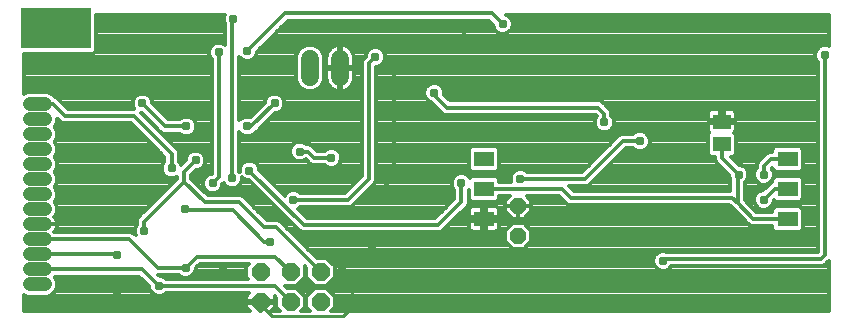
<source format=gbl>
G75*
%MOIN*%
%OFA0B0*%
%FSLAX25Y25*%
%IPPOS*%
%LPD*%
%AMOC8*
5,1,8,0,0,1.08239X$1,22.5*
%
%ADD10R,0.23622X0.13780*%
%ADD11OC8,0.06000*%
%ADD12C,0.04756*%
%ADD13C,0.06000*%
%ADD14R,0.06693X0.05118*%
%ADD15R,0.05906X0.05118*%
%ADD16OC8,0.05200*%
%ADD17C,0.01400*%
%ADD18C,0.02900*%
%ADD19C,0.03100*%
%ADD20C,0.02781*%
%ADD21C,0.01000*%
%ADD22C,0.03050*%
D10*
X0032120Y0106359D03*
D11*
X0100406Y0025167D03*
X0110406Y0025167D03*
X0120406Y0025167D03*
X0120406Y0015167D03*
X0110406Y0015167D03*
X0100406Y0015167D03*
D12*
X0028471Y0020957D02*
X0023715Y0020957D01*
X0023715Y0025957D02*
X0028471Y0025957D01*
X0028471Y0030957D02*
X0023715Y0030957D01*
X0023715Y0035957D02*
X0028471Y0035957D01*
X0028471Y0040957D02*
X0023715Y0040957D01*
X0023715Y0045957D02*
X0028471Y0045957D01*
X0028471Y0050957D02*
X0023715Y0050957D01*
X0023715Y0055957D02*
X0028471Y0055957D01*
X0028471Y0060957D02*
X0023715Y0060957D01*
X0023715Y0065957D02*
X0028471Y0065957D01*
X0028471Y0070957D02*
X0023715Y0070957D01*
X0023715Y0075957D02*
X0028471Y0075957D01*
X0028471Y0080957D02*
X0023715Y0080957D01*
D13*
X0116979Y0090077D02*
X0116979Y0096077D01*
X0126979Y0096077D02*
X0126979Y0090077D01*
D14*
X0174889Y0062808D03*
X0174889Y0052808D03*
X0174889Y0042808D03*
X0276071Y0042808D03*
X0276071Y0052808D03*
X0276071Y0062808D03*
D15*
X0254180Y0067782D03*
X0254180Y0075262D03*
D16*
X0186280Y0047122D03*
X0186280Y0037122D03*
D17*
X0021589Y0017424D02*
X0021584Y0012122D01*
X0096804Y0012122D01*
X0095706Y0013220D01*
X0095706Y0014867D01*
X0100106Y0014867D01*
X0100106Y0015467D01*
X0095706Y0015467D01*
X0095706Y0017113D01*
X0096614Y0018022D01*
X0068776Y0018022D01*
X0068421Y0017667D01*
X0067226Y0017172D01*
X0065934Y0017172D01*
X0064739Y0017667D01*
X0063825Y0018581D01*
X0063330Y0019775D01*
X0063330Y0020278D01*
X0060050Y0023557D01*
X0031838Y0023557D01*
X0031738Y0023457D01*
X0031928Y0023267D01*
X0032549Y0021768D01*
X0032549Y0020146D01*
X0031928Y0018647D01*
X0030781Y0017500D01*
X0029282Y0016879D01*
X0022904Y0016879D01*
X0021589Y0017424D01*
X0021589Y0017211D02*
X0022102Y0017211D01*
X0021588Y0015813D02*
X0095706Y0015813D01*
X0095706Y0014414D02*
X0021586Y0014414D01*
X0021585Y0013016D02*
X0095910Y0013016D01*
X0100106Y0013016D02*
X0100706Y0013016D01*
X0100706Y0012122D02*
X0100706Y0014867D01*
X0100706Y0015467D01*
X0105106Y0015467D01*
X0105106Y0017073D01*
X0105706Y0016473D01*
X0105706Y0013220D01*
X0106804Y0012122D01*
X0104008Y0012122D01*
X0105106Y0013220D01*
X0105106Y0014867D01*
X0100706Y0014867D01*
X0100106Y0014867D01*
X0100106Y0012122D01*
X0100706Y0012122D01*
X0104902Y0013016D02*
X0105910Y0013016D01*
X0105706Y0014414D02*
X0105106Y0014414D01*
X0105106Y0015813D02*
X0105706Y0015813D01*
X0100706Y0014414D02*
X0100106Y0014414D01*
X0095804Y0017211D02*
X0067322Y0017211D01*
X0065838Y0017211D02*
X0030083Y0017211D01*
X0031890Y0018610D02*
X0063813Y0018610D01*
X0063330Y0020008D02*
X0032491Y0020008D01*
X0032549Y0021407D02*
X0062201Y0021407D01*
X0060802Y0022805D02*
X0032119Y0022805D01*
X0026093Y0025957D02*
X0061045Y0025957D01*
X0066580Y0020422D01*
X0105151Y0020422D01*
X0110406Y0015167D01*
X0114008Y0012122D02*
X0115106Y0013220D01*
X0115106Y0017113D01*
X0112353Y0019867D01*
X0109100Y0019867D01*
X0108500Y0020467D01*
X0112353Y0020467D01*
X0115106Y0023220D01*
X0115106Y0027073D01*
X0115706Y0026473D01*
X0115706Y0023220D01*
X0118459Y0020467D01*
X0122353Y0020467D01*
X0125106Y0023220D01*
X0125106Y0027113D01*
X0122353Y0029867D01*
X0119100Y0029867D01*
X0107585Y0041381D01*
X0106910Y0042056D01*
X0106028Y0042422D01*
X0102474Y0042422D01*
X0095215Y0049681D01*
X0094540Y0050356D01*
X0093657Y0050722D01*
X0082874Y0050722D01*
X0077380Y0056216D01*
X0077380Y0057528D01*
X0078924Y0059072D01*
X0079426Y0059072D01*
X0080621Y0059567D01*
X0081535Y0060481D01*
X0082030Y0061675D01*
X0082030Y0062968D01*
X0081535Y0064163D01*
X0080621Y0065077D01*
X0079426Y0065572D01*
X0078134Y0065572D01*
X0076939Y0065077D01*
X0076025Y0064163D01*
X0075530Y0062968D01*
X0075530Y0062466D01*
X0073826Y0060762D01*
X0073535Y0061463D01*
X0073180Y0061818D01*
X0073180Y0064999D01*
X0072815Y0065881D01*
X0072140Y0066556D01*
X0060624Y0078072D01*
X0060836Y0078072D01*
X0066645Y0072262D01*
X0067321Y0071587D01*
X0068203Y0071222D01*
X0073484Y0071222D01*
X0073839Y0070867D01*
X0075034Y0070372D01*
X0076326Y0070372D01*
X0077521Y0070867D01*
X0078435Y0071781D01*
X0078930Y0072975D01*
X0078930Y0074268D01*
X0078435Y0075463D01*
X0077521Y0076377D01*
X0076326Y0076872D01*
X0075034Y0076872D01*
X0073839Y0076377D01*
X0073484Y0076022D01*
X0069674Y0076022D01*
X0064230Y0081466D01*
X0064230Y0081968D01*
X0063735Y0083163D01*
X0062821Y0084077D01*
X0061626Y0084572D01*
X0060334Y0084572D01*
X0059139Y0084077D01*
X0058225Y0083163D01*
X0057730Y0081968D01*
X0057730Y0080675D01*
X0058208Y0079522D01*
X0036074Y0079522D01*
X0032604Y0082992D01*
X0031919Y0083275D01*
X0030781Y0084414D01*
X0029282Y0085035D01*
X0022904Y0085035D01*
X0021651Y0084516D01*
X0021664Y0097769D01*
X0044635Y0097769D01*
X0045631Y0098765D01*
X0045631Y0110721D01*
X0088386Y0110721D01*
X0088155Y0110163D01*
X0088155Y0108880D01*
X0088580Y0107854D01*
X0088580Y0100783D01*
X0088307Y0101056D01*
X0087122Y0101547D01*
X0085839Y0101547D01*
X0084653Y0101056D01*
X0083746Y0100149D01*
X0083255Y0098963D01*
X0083255Y0097680D01*
X0083746Y0096495D01*
X0084080Y0096161D01*
X0084080Y0057847D01*
X0083839Y0057847D01*
X0082653Y0057356D01*
X0081746Y0056449D01*
X0081255Y0055263D01*
X0081255Y0053980D01*
X0081746Y0052795D01*
X0082653Y0051888D01*
X0083839Y0051397D01*
X0085122Y0051397D01*
X0086307Y0051888D01*
X0087214Y0052795D01*
X0087705Y0053980D01*
X0087705Y0054453D01*
X0088100Y0054848D01*
X0088246Y0054495D01*
X0089153Y0053588D01*
X0090339Y0053097D01*
X0091622Y0053097D01*
X0092807Y0053588D01*
X0093714Y0054495D01*
X0094205Y0055680D01*
X0094205Y0056801D01*
X0094839Y0056167D01*
X0096034Y0055672D01*
X0096536Y0055672D01*
X0112845Y0039362D01*
X0113521Y0038687D01*
X0114403Y0038322D01*
X0160157Y0038322D01*
X0161040Y0038687D01*
X0168740Y0046387D01*
X0169415Y0047062D01*
X0169780Y0047944D01*
X0169780Y0052526D01*
X0169843Y0052589D01*
X0169843Y0049545D01*
X0170839Y0048549D01*
X0178940Y0048549D01*
X0179936Y0049545D01*
X0179936Y0050408D01*
X0183486Y0050408D01*
X0181980Y0048903D01*
X0181980Y0047222D01*
X0186180Y0047222D01*
X0186180Y0047022D01*
X0181980Y0047022D01*
X0181980Y0045341D01*
X0184499Y0042822D01*
X0186180Y0042822D01*
X0186180Y0047022D01*
X0186380Y0047022D01*
X0186380Y0047222D01*
X0190580Y0047222D01*
X0190580Y0048903D01*
X0189074Y0050408D01*
X0199799Y0050408D01*
X0201745Y0048462D01*
X0202421Y0047787D01*
X0203303Y0047422D01*
X0256686Y0047422D01*
X0257395Y0046712D01*
X0258071Y0046037D01*
X0262645Y0041462D01*
X0263321Y0040787D01*
X0264203Y0040422D01*
X0271024Y0040422D01*
X0271024Y0039545D01*
X0272020Y0038549D01*
X0280121Y0038549D01*
X0281117Y0039545D01*
X0281117Y0046072D01*
X0280121Y0047067D01*
X0272020Y0047067D01*
X0271024Y0046072D01*
X0271024Y0045222D01*
X0265674Y0045222D01*
X0261830Y0049066D01*
X0261830Y0054976D01*
X0262535Y0055681D01*
X0263030Y0056875D01*
X0263030Y0058168D01*
X0262535Y0059363D01*
X0261621Y0060277D01*
X0260426Y0060772D01*
X0259924Y0060772D01*
X0257173Y0063523D01*
X0257837Y0063523D01*
X0258833Y0064518D01*
X0258833Y0071045D01*
X0258356Y0071522D01*
X0258493Y0071659D01*
X0258717Y0072047D01*
X0258833Y0072479D01*
X0258833Y0074682D01*
X0254760Y0074682D01*
X0254760Y0075841D01*
X0258833Y0075841D01*
X0258833Y0078045D01*
X0258717Y0078477D01*
X0258493Y0078865D01*
X0258177Y0079181D01*
X0257789Y0079405D01*
X0257357Y0079521D01*
X0254760Y0079521D01*
X0254760Y0075842D01*
X0253600Y0075842D01*
X0253600Y0079521D01*
X0251003Y0079521D01*
X0250571Y0079405D01*
X0250183Y0079181D01*
X0249867Y0078865D01*
X0249643Y0078477D01*
X0249527Y0078045D01*
X0249527Y0075841D01*
X0253600Y0075841D01*
X0253600Y0074682D01*
X0249527Y0074682D01*
X0249527Y0072479D01*
X0249643Y0072047D01*
X0249867Y0071659D01*
X0250004Y0071522D01*
X0249527Y0071045D01*
X0249527Y0064518D01*
X0250523Y0063523D01*
X0251780Y0063523D01*
X0251780Y0062644D01*
X0252145Y0061762D01*
X0256530Y0057378D01*
X0256530Y0056875D01*
X0257025Y0055681D01*
X0257030Y0055676D01*
X0257030Y0052222D01*
X0204774Y0052222D01*
X0203274Y0053722D01*
X0209157Y0053722D01*
X0210040Y0054087D01*
X0222274Y0066322D01*
X0224684Y0066322D01*
X0225039Y0065967D01*
X0226234Y0065472D01*
X0227526Y0065472D01*
X0228721Y0065967D01*
X0229635Y0066881D01*
X0230130Y0068075D01*
X0230130Y0069368D01*
X0229635Y0070563D01*
X0228721Y0071477D01*
X0227526Y0071972D01*
X0226234Y0071972D01*
X0225039Y0071477D01*
X0224684Y0071122D01*
X0220803Y0071122D01*
X0219921Y0070756D01*
X0219245Y0070081D01*
X0207686Y0058522D01*
X0189176Y0058522D01*
X0188821Y0058877D01*
X0187626Y0059372D01*
X0186334Y0059372D01*
X0185139Y0058877D01*
X0184225Y0057963D01*
X0183730Y0056768D01*
X0183730Y0055475D01*
X0183841Y0055208D01*
X0179936Y0055208D01*
X0179936Y0056072D01*
X0178940Y0057067D01*
X0170839Y0057067D01*
X0170193Y0056422D01*
X0170135Y0056563D01*
X0169221Y0057477D01*
X0168026Y0057972D01*
X0166734Y0057972D01*
X0165539Y0057477D01*
X0164625Y0056563D01*
X0164130Y0055368D01*
X0164130Y0054075D01*
X0164625Y0052881D01*
X0164980Y0052526D01*
X0164980Y0049416D01*
X0158686Y0043122D01*
X0115874Y0043122D01*
X0112803Y0046193D01*
X0113221Y0046367D01*
X0113576Y0046722D01*
X0130057Y0046722D01*
X0130940Y0047087D01*
X0137940Y0054087D01*
X0138615Y0054762D01*
X0138980Y0055644D01*
X0138980Y0093472D01*
X0139326Y0093472D01*
X0140521Y0093967D01*
X0141435Y0094881D01*
X0141930Y0096075D01*
X0141930Y0097368D01*
X0141435Y0098563D01*
X0140521Y0099477D01*
X0139326Y0099972D01*
X0138034Y0099972D01*
X0136839Y0099477D01*
X0135925Y0098563D01*
X0135430Y0097368D01*
X0135430Y0096866D01*
X0134545Y0095981D01*
X0134180Y0095099D01*
X0134180Y0057116D01*
X0128586Y0051522D01*
X0113576Y0051522D01*
X0113221Y0051877D01*
X0112026Y0052372D01*
X0110734Y0052372D01*
X0109539Y0051877D01*
X0108625Y0050963D01*
X0108452Y0050544D01*
X0099930Y0059066D01*
X0099930Y0059568D01*
X0099435Y0060763D01*
X0098521Y0061677D01*
X0097326Y0062172D01*
X0096034Y0062172D01*
X0094839Y0061677D01*
X0093925Y0060763D01*
X0093430Y0059568D01*
X0093430Y0058433D01*
X0093380Y0058483D01*
X0093380Y0071626D01*
X0094139Y0070867D01*
X0095334Y0070372D01*
X0096626Y0070372D01*
X0097821Y0070867D01*
X0098402Y0071447D01*
X0098740Y0071587D01*
X0105224Y0078072D01*
X0105726Y0078072D01*
X0106921Y0078567D01*
X0107835Y0079481D01*
X0108330Y0080675D01*
X0108330Y0081968D01*
X0107835Y0083163D01*
X0106921Y0084077D01*
X0105726Y0084572D01*
X0104434Y0084572D01*
X0103239Y0084077D01*
X0102325Y0083163D01*
X0101830Y0081968D01*
X0101830Y0081466D01*
X0097057Y0076693D01*
X0096626Y0076872D01*
X0095334Y0076872D01*
X0094139Y0076377D01*
X0093380Y0075618D01*
X0093380Y0096761D01*
X0094153Y0095988D01*
X0095339Y0095497D01*
X0096622Y0095497D01*
X0097807Y0095988D01*
X0098714Y0096895D01*
X0099205Y0098080D01*
X0099205Y0098553D01*
X0109574Y0108922D01*
X0176486Y0108922D01*
X0177955Y0107453D01*
X0177955Y0107080D01*
X0178446Y0105895D01*
X0179353Y0104988D01*
X0180539Y0104497D01*
X0181822Y0104497D01*
X0183007Y0104988D01*
X0183914Y0105895D01*
X0184405Y0107080D01*
X0184405Y0108363D01*
X0183914Y0109549D01*
X0183007Y0110456D01*
X0182367Y0110721D01*
X0289835Y0110721D01*
X0289825Y0100382D01*
X0289126Y0100672D01*
X0287834Y0100672D01*
X0286639Y0100177D01*
X0285725Y0099263D01*
X0285230Y0098068D01*
X0285230Y0096775D01*
X0285725Y0095581D01*
X0286080Y0095226D01*
X0286080Y0031922D01*
X0235589Y0031922D01*
X0235226Y0032072D01*
X0233934Y0032072D01*
X0232739Y0031577D01*
X0231825Y0030663D01*
X0231330Y0029468D01*
X0231330Y0028175D01*
X0231825Y0026981D01*
X0232739Y0026067D01*
X0233934Y0025572D01*
X0235226Y0025572D01*
X0236421Y0026067D01*
X0237335Y0026981D01*
X0237394Y0027122D01*
X0287557Y0027122D01*
X0288440Y0027487D01*
X0289759Y0028807D01*
X0289743Y0012122D01*
X0124008Y0012122D01*
X0125106Y0013220D01*
X0125106Y0017113D01*
X0122353Y0019867D01*
X0118459Y0019867D01*
X0115706Y0017113D01*
X0115706Y0013220D01*
X0116804Y0012122D01*
X0114008Y0012122D01*
X0114902Y0013016D02*
X0115910Y0013016D01*
X0115706Y0014414D02*
X0115106Y0014414D01*
X0115106Y0015813D02*
X0115706Y0015813D01*
X0115804Y0017211D02*
X0115008Y0017211D01*
X0113610Y0018610D02*
X0117202Y0018610D01*
X0117519Y0021407D02*
X0113293Y0021407D01*
X0114692Y0022805D02*
X0116120Y0022805D01*
X0115706Y0024204D02*
X0115106Y0024204D01*
X0115106Y0025602D02*
X0115706Y0025602D01*
X0115178Y0027001D02*
X0115106Y0027001D01*
X0110406Y0025167D02*
X0105351Y0030222D01*
X0079180Y0030222D01*
X0075480Y0026522D01*
X0066080Y0026522D01*
X0056645Y0035957D01*
X0026093Y0035957D01*
X0031713Y0038482D02*
X0031958Y0038820D01*
X0032250Y0039392D01*
X0032448Y0040002D01*
X0032549Y0040636D01*
X0032549Y0040957D01*
X0026093Y0040957D01*
X0026093Y0040957D01*
X0032549Y0040957D01*
X0032549Y0041278D01*
X0032448Y0041912D01*
X0032250Y0042523D01*
X0031958Y0043095D01*
X0031713Y0043432D01*
X0031928Y0043647D01*
X0032549Y0045146D01*
X0032549Y0046768D01*
X0031928Y0048267D01*
X0031738Y0048457D01*
X0031928Y0048647D01*
X0032549Y0050146D01*
X0032549Y0051768D01*
X0031928Y0053267D01*
X0031738Y0053457D01*
X0031928Y0053647D01*
X0032549Y0055146D01*
X0032549Y0056768D01*
X0031928Y0058267D01*
X0031738Y0058457D01*
X0031928Y0058647D01*
X0032549Y0060146D01*
X0032549Y0061768D01*
X0031928Y0063267D01*
X0031738Y0063457D01*
X0031928Y0063647D01*
X0032549Y0065146D01*
X0032549Y0066768D01*
X0031928Y0068267D01*
X0031738Y0068457D01*
X0031928Y0068647D01*
X0032549Y0070146D01*
X0032549Y0071768D01*
X0031928Y0073267D01*
X0031738Y0073457D01*
X0031928Y0073647D01*
X0032549Y0075146D01*
X0032549Y0076259D01*
X0033045Y0075762D01*
X0033721Y0075087D01*
X0034603Y0074722D01*
X0057186Y0074722D01*
X0068380Y0063528D01*
X0068380Y0061818D01*
X0068025Y0061463D01*
X0067530Y0060268D01*
X0067530Y0058975D01*
X0068025Y0057781D01*
X0068939Y0056867D01*
X0070134Y0056372D01*
X0071426Y0056372D01*
X0072580Y0056850D01*
X0072580Y0056216D01*
X0059645Y0043281D01*
X0059280Y0042399D01*
X0059280Y0040818D01*
X0058925Y0040463D01*
X0058430Y0039268D01*
X0058430Y0037975D01*
X0058720Y0037276D01*
X0058004Y0037992D01*
X0057122Y0038357D01*
X0056167Y0038357D01*
X0031838Y0038357D01*
X0031713Y0038482D01*
X0032313Y0039588D02*
X0058562Y0039588D01*
X0058430Y0038189D02*
X0057528Y0038189D01*
X0061680Y0038622D02*
X0061680Y0041922D01*
X0074980Y0055222D01*
X0081880Y0048322D01*
X0093180Y0048322D01*
X0101480Y0040022D01*
X0105551Y0040022D01*
X0120406Y0025167D01*
X0123820Y0028399D02*
X0231330Y0028399D01*
X0231467Y0029798D02*
X0122421Y0029798D01*
X0125106Y0027001D02*
X0231816Y0027001D01*
X0233860Y0025602D02*
X0125106Y0025602D01*
X0125106Y0024204D02*
X0289755Y0024204D01*
X0289756Y0025602D02*
X0235300Y0025602D01*
X0237344Y0027001D02*
X0289757Y0027001D01*
X0289759Y0028399D02*
X0289352Y0028399D01*
X0287080Y0029522D02*
X0288480Y0030922D01*
X0288480Y0097422D01*
X0285336Y0098325D02*
X0141534Y0098325D01*
X0141930Y0096927D02*
X0285230Y0096927D01*
X0285778Y0095528D02*
X0141703Y0095528D01*
X0140684Y0094129D02*
X0286080Y0094129D01*
X0286080Y0092731D02*
X0138980Y0092731D01*
X0138980Y0091332D02*
X0286080Y0091332D01*
X0286080Y0089934D02*
X0138980Y0089934D01*
X0138980Y0088535D02*
X0286080Y0088535D01*
X0286080Y0087137D02*
X0160561Y0087137D01*
X0160121Y0087577D02*
X0161035Y0086663D01*
X0161530Y0085468D01*
X0161530Y0084266D01*
X0163474Y0082322D01*
X0213357Y0082322D01*
X0214240Y0081956D01*
X0214915Y0081281D01*
X0214915Y0081281D01*
X0217015Y0079181D01*
X0217380Y0078299D01*
X0217380Y0077218D01*
X0217735Y0076863D01*
X0218230Y0075668D01*
X0218230Y0074375D01*
X0217735Y0073181D01*
X0216821Y0072267D01*
X0215626Y0071772D01*
X0214334Y0071772D01*
X0213139Y0072267D01*
X0212225Y0073181D01*
X0211730Y0074375D01*
X0211730Y0075668D01*
X0212225Y0076863D01*
X0212385Y0077023D01*
X0211886Y0077522D01*
X0162003Y0077522D01*
X0161121Y0077887D01*
X0160445Y0078562D01*
X0160445Y0078562D01*
X0157296Y0081712D01*
X0156439Y0082067D01*
X0155525Y0082981D01*
X0155030Y0084175D01*
X0155030Y0085468D01*
X0155525Y0086663D01*
X0156439Y0087577D01*
X0157634Y0088072D01*
X0158926Y0088072D01*
X0160121Y0087577D01*
X0161418Y0085738D02*
X0286080Y0085738D01*
X0286080Y0084340D02*
X0161530Y0084340D01*
X0162855Y0082941D02*
X0286080Y0082941D01*
X0286080Y0081543D02*
X0214653Y0081543D01*
X0216052Y0080144D02*
X0286080Y0080144D01*
X0286080Y0078746D02*
X0258562Y0078746D01*
X0258833Y0077347D02*
X0286080Y0077347D01*
X0286080Y0075949D02*
X0258833Y0075949D01*
X0258833Y0074550D02*
X0286080Y0074550D01*
X0286080Y0073152D02*
X0258833Y0073152D01*
X0258548Y0071753D02*
X0286080Y0071753D01*
X0286080Y0070355D02*
X0258833Y0070355D01*
X0258833Y0068956D02*
X0286080Y0068956D01*
X0286080Y0067558D02*
X0258833Y0067558D01*
X0258833Y0066159D02*
X0271112Y0066159D01*
X0271024Y0066072D02*
X0271024Y0065208D01*
X0270189Y0065208D01*
X0269307Y0064843D01*
X0268632Y0064168D01*
X0266145Y0061681D01*
X0265780Y0060799D01*
X0265780Y0059718D01*
X0265425Y0059363D01*
X0264930Y0058168D01*
X0264930Y0056875D01*
X0265425Y0055681D01*
X0266339Y0054767D01*
X0267534Y0054272D01*
X0268826Y0054272D01*
X0270021Y0054767D01*
X0270935Y0055681D01*
X0271024Y0055895D01*
X0271024Y0055057D01*
X0270507Y0054843D01*
X0268036Y0052372D01*
X0267534Y0052372D01*
X0266339Y0051877D01*
X0265425Y0050963D01*
X0264930Y0049768D01*
X0264930Y0048475D01*
X0265425Y0047281D01*
X0266339Y0046367D01*
X0267534Y0045872D01*
X0268826Y0045872D01*
X0270021Y0046367D01*
X0270935Y0047281D01*
X0271430Y0048475D01*
X0271430Y0048978D01*
X0271511Y0049058D01*
X0272020Y0048549D01*
X0280121Y0048549D01*
X0281117Y0049545D01*
X0281117Y0056072D01*
X0280121Y0057067D01*
X0272020Y0057067D01*
X0271149Y0056196D01*
X0271430Y0056875D01*
X0271430Y0058168D01*
X0270935Y0059363D01*
X0270775Y0059523D01*
X0271024Y0059772D01*
X0271024Y0059545D01*
X0272020Y0058549D01*
X0280121Y0058549D01*
X0281117Y0059545D01*
X0281117Y0066072D01*
X0280121Y0067067D01*
X0272020Y0067067D01*
X0271024Y0066072D01*
X0269225Y0064761D02*
X0258833Y0064761D01*
X0257334Y0063362D02*
X0267826Y0063362D01*
X0266428Y0061964D02*
X0258732Y0061964D01*
X0260925Y0060565D02*
X0265780Y0060565D01*
X0265344Y0059167D02*
X0262616Y0059167D01*
X0263030Y0057768D02*
X0264930Y0057768D01*
X0265139Y0056370D02*
X0262821Y0056370D01*
X0261830Y0054971D02*
X0266134Y0054971D01*
X0269237Y0053573D02*
X0261830Y0053573D01*
X0261830Y0052174D02*
X0267056Y0052174D01*
X0265347Y0050776D02*
X0261830Y0050776D01*
X0261830Y0049377D02*
X0264930Y0049377D01*
X0265136Y0047979D02*
X0262917Y0047979D01*
X0264316Y0046580D02*
X0266126Y0046580D01*
X0268180Y0049122D02*
X0271867Y0052808D01*
X0276071Y0052808D01*
X0281117Y0052174D02*
X0286080Y0052174D01*
X0286080Y0050776D02*
X0281117Y0050776D01*
X0280949Y0049377D02*
X0286080Y0049377D01*
X0286080Y0047979D02*
X0271224Y0047979D01*
X0271533Y0046580D02*
X0270235Y0046580D01*
X0264680Y0042822D02*
X0276057Y0042822D01*
X0276071Y0042808D01*
X0281117Y0042385D02*
X0286080Y0042385D01*
X0286080Y0043783D02*
X0281117Y0043783D01*
X0281117Y0045182D02*
X0286080Y0045182D01*
X0286080Y0046580D02*
X0280609Y0046580D01*
X0281117Y0040986D02*
X0286080Y0040986D01*
X0286080Y0039588D02*
X0281117Y0039588D01*
X0286080Y0038189D02*
X0190580Y0038189D01*
X0190580Y0038903D02*
X0188061Y0041422D01*
X0184499Y0041422D01*
X0181980Y0038903D01*
X0181980Y0035341D01*
X0184499Y0032822D01*
X0188061Y0032822D01*
X0190580Y0035341D01*
X0190580Y0038903D01*
X0189895Y0039588D02*
X0271024Y0039588D01*
X0264680Y0042822D02*
X0259430Y0048072D01*
X0259430Y0057172D01*
X0259780Y0057522D01*
X0254180Y0063122D01*
X0254180Y0067782D01*
X0249527Y0067558D02*
X0229916Y0067558D01*
X0230130Y0068956D02*
X0249527Y0068956D01*
X0249527Y0070355D02*
X0229721Y0070355D01*
X0228054Y0071753D02*
X0249812Y0071753D01*
X0249527Y0073152D02*
X0217706Y0073152D01*
X0218230Y0074550D02*
X0249527Y0074550D01*
X0249527Y0075949D02*
X0218114Y0075949D01*
X0217380Y0077347D02*
X0249527Y0077347D01*
X0249798Y0078746D02*
X0217195Y0078746D01*
X0214980Y0077822D02*
X0212880Y0079922D01*
X0162480Y0079922D01*
X0158280Y0084122D01*
X0158280Y0084822D01*
X0155142Y0085738D02*
X0138980Y0085738D01*
X0138980Y0084340D02*
X0155030Y0084340D01*
X0155564Y0082941D02*
X0138980Y0082941D01*
X0138980Y0081543D02*
X0157465Y0081543D01*
X0158863Y0080144D02*
X0138980Y0080144D01*
X0138980Y0078746D02*
X0160262Y0078746D01*
X0155999Y0087137D02*
X0138980Y0087137D01*
X0134180Y0087137D02*
X0130653Y0087137D01*
X0130564Y0087015D02*
X0130999Y0087614D01*
X0131335Y0088273D01*
X0131563Y0088976D01*
X0131679Y0089707D01*
X0131679Y0092777D01*
X0127279Y0092777D01*
X0127279Y0085377D01*
X0127349Y0085377D01*
X0128080Y0085493D01*
X0128783Y0085721D01*
X0129443Y0086057D01*
X0130041Y0086492D01*
X0130564Y0087015D01*
X0131420Y0088535D02*
X0134180Y0088535D01*
X0134180Y0089934D02*
X0131679Y0089934D01*
X0131679Y0091332D02*
X0134180Y0091332D01*
X0134180Y0092731D02*
X0131679Y0092731D01*
X0131679Y0093377D02*
X0131679Y0096447D01*
X0131563Y0097177D01*
X0131335Y0097881D01*
X0130999Y0098540D01*
X0130564Y0099139D01*
X0130041Y0099662D01*
X0129443Y0100097D01*
X0128783Y0100433D01*
X0128080Y0100661D01*
X0127349Y0100777D01*
X0127279Y0100777D01*
X0127279Y0093377D01*
X0126679Y0093377D01*
X0126679Y0092777D01*
X0122279Y0092777D01*
X0122279Y0089707D01*
X0122395Y0088976D01*
X0122624Y0088273D01*
X0122959Y0087614D01*
X0123394Y0087015D01*
X0123917Y0086492D01*
X0124516Y0086057D01*
X0125175Y0085721D01*
X0125879Y0085493D01*
X0126609Y0085377D01*
X0126679Y0085377D01*
X0126679Y0092777D01*
X0127279Y0092777D01*
X0127279Y0093377D01*
X0131679Y0093377D01*
X0131679Y0094129D02*
X0134180Y0094129D01*
X0134358Y0095528D02*
X0131679Y0095528D01*
X0131603Y0096927D02*
X0135430Y0096927D01*
X0135826Y0098325D02*
X0131109Y0098325D01*
X0129956Y0099724D02*
X0137434Y0099724D01*
X0139926Y0099724D02*
X0286186Y0099724D01*
X0289826Y0101122D02*
X0101774Y0101122D01*
X0100376Y0099724D02*
X0113979Y0099724D01*
X0114317Y0100061D02*
X0112995Y0098739D01*
X0112279Y0097012D01*
X0112279Y0089142D01*
X0112995Y0087415D01*
X0114317Y0086092D01*
X0116044Y0085377D01*
X0117914Y0085377D01*
X0119642Y0086092D01*
X0120964Y0087415D01*
X0121679Y0089142D01*
X0121679Y0097012D01*
X0120964Y0098739D01*
X0119642Y0100061D01*
X0117914Y0100777D01*
X0116044Y0100777D01*
X0114317Y0100061D01*
X0112823Y0098325D02*
X0099205Y0098325D01*
X0098727Y0096927D02*
X0112279Y0096927D01*
X0112279Y0095528D02*
X0096697Y0095528D01*
X0095263Y0095528D02*
X0093380Y0095528D01*
X0093380Y0094129D02*
X0112279Y0094129D01*
X0112279Y0092731D02*
X0093380Y0092731D01*
X0093380Y0091332D02*
X0112279Y0091332D01*
X0112279Y0089934D02*
X0093380Y0089934D01*
X0093380Y0088535D02*
X0112530Y0088535D01*
X0113272Y0087137D02*
X0093380Y0087137D01*
X0093380Y0085738D02*
X0115172Y0085738D01*
X0118787Y0085738D02*
X0125141Y0085738D01*
X0126679Y0085738D02*
X0127279Y0085738D01*
X0127279Y0087137D02*
X0126679Y0087137D01*
X0126679Y0088535D02*
X0127279Y0088535D01*
X0127279Y0089934D02*
X0126679Y0089934D01*
X0126679Y0091332D02*
X0127279Y0091332D01*
X0127279Y0092731D02*
X0126679Y0092731D01*
X0126679Y0093377D02*
X0122279Y0093377D01*
X0122279Y0096447D01*
X0122395Y0097177D01*
X0122624Y0097881D01*
X0122959Y0098540D01*
X0123394Y0099139D01*
X0123917Y0099662D01*
X0124516Y0100097D01*
X0125175Y0100433D01*
X0125879Y0100661D01*
X0126609Y0100777D01*
X0126679Y0100777D01*
X0126679Y0093377D01*
X0126679Y0094129D02*
X0127279Y0094129D01*
X0127279Y0095528D02*
X0126679Y0095528D01*
X0126679Y0096927D02*
X0127279Y0096927D01*
X0127279Y0098325D02*
X0126679Y0098325D01*
X0126679Y0099724D02*
X0127279Y0099724D01*
X0124002Y0099724D02*
X0119979Y0099724D01*
X0121135Y0098325D02*
X0122850Y0098325D01*
X0122355Y0096927D02*
X0121679Y0096927D01*
X0121679Y0095528D02*
X0122279Y0095528D01*
X0122279Y0094129D02*
X0121679Y0094129D01*
X0121679Y0092731D02*
X0122279Y0092731D01*
X0122279Y0091332D02*
X0121679Y0091332D01*
X0121679Y0089934D02*
X0122279Y0089934D01*
X0122538Y0088535D02*
X0121428Y0088535D01*
X0120686Y0087137D02*
X0123306Y0087137D01*
X0128817Y0085738D02*
X0134180Y0085738D01*
X0134180Y0084340D02*
X0106286Y0084340D01*
X0107927Y0082941D02*
X0134180Y0082941D01*
X0134180Y0081543D02*
X0108330Y0081543D01*
X0108110Y0080144D02*
X0134180Y0080144D01*
X0134180Y0078746D02*
X0107100Y0078746D01*
X0104500Y0077347D02*
X0134180Y0077347D01*
X0134180Y0075949D02*
X0103101Y0075949D01*
X0101703Y0074550D02*
X0134180Y0074550D01*
X0138980Y0074550D02*
X0211730Y0074550D01*
X0211846Y0075949D02*
X0138980Y0075949D01*
X0138980Y0077347D02*
X0212060Y0077347D01*
X0214980Y0077822D02*
X0214980Y0075022D01*
X0212254Y0073152D02*
X0138980Y0073152D01*
X0138980Y0071753D02*
X0225706Y0071753D01*
X0226880Y0068722D02*
X0221280Y0068722D01*
X0208680Y0056122D01*
X0186980Y0056122D01*
X0183730Y0056370D02*
X0179638Y0056370D01*
X0178940Y0058549D02*
X0179936Y0059545D01*
X0179936Y0066072D01*
X0178940Y0067067D01*
X0170839Y0067067D01*
X0169843Y0066072D01*
X0169843Y0059545D01*
X0170839Y0058549D01*
X0178940Y0058549D01*
X0179557Y0059167D02*
X0185838Y0059167D01*
X0184144Y0057768D02*
X0168518Y0057768D01*
X0170221Y0059167D02*
X0138980Y0059167D01*
X0138980Y0060565D02*
X0169843Y0060565D01*
X0169843Y0061964D02*
X0138980Y0061964D01*
X0138980Y0063362D02*
X0169843Y0063362D01*
X0169843Y0064761D02*
X0138980Y0064761D01*
X0138980Y0066159D02*
X0169931Y0066159D01*
X0179848Y0066159D02*
X0215323Y0066159D01*
X0213925Y0064761D02*
X0179936Y0064761D01*
X0179936Y0063362D02*
X0212526Y0063362D01*
X0211128Y0061964D02*
X0179936Y0061964D01*
X0179936Y0060565D02*
X0209729Y0060565D01*
X0208331Y0059167D02*
X0188122Y0059167D01*
X0200793Y0052808D02*
X0174889Y0052808D01*
X0169843Y0052174D02*
X0169780Y0052174D01*
X0169780Y0050776D02*
X0169843Y0050776D01*
X0169780Y0049377D02*
X0170011Y0049377D01*
X0169780Y0047979D02*
X0181980Y0047979D01*
X0181980Y0046580D02*
X0179427Y0046580D01*
X0179280Y0046728D02*
X0178892Y0046952D01*
X0178460Y0047067D01*
X0175469Y0047067D01*
X0175469Y0043388D01*
X0174310Y0043388D01*
X0174310Y0047067D01*
X0171319Y0047067D01*
X0170887Y0046952D01*
X0170499Y0046728D01*
X0170183Y0046411D01*
X0169959Y0046024D01*
X0169843Y0045591D01*
X0169843Y0043388D01*
X0174310Y0043388D01*
X0174310Y0042229D01*
X0169843Y0042229D01*
X0169843Y0040026D01*
X0169959Y0039593D01*
X0170183Y0039206D01*
X0170499Y0038889D01*
X0170887Y0038665D01*
X0171319Y0038549D01*
X0174310Y0038549D01*
X0174310Y0042229D01*
X0175469Y0042229D01*
X0175469Y0043388D01*
X0179936Y0043388D01*
X0179936Y0045591D01*
X0179820Y0046024D01*
X0179596Y0046411D01*
X0179280Y0046728D01*
X0179936Y0045182D02*
X0182139Y0045182D01*
X0183538Y0043783D02*
X0179936Y0043783D01*
X0179936Y0042229D02*
X0175469Y0042229D01*
X0175469Y0038549D01*
X0178460Y0038549D01*
X0178892Y0038665D01*
X0179280Y0038889D01*
X0179596Y0039206D01*
X0179820Y0039593D01*
X0179936Y0040026D01*
X0179936Y0042229D01*
X0179936Y0040986D02*
X0184063Y0040986D01*
X0182665Y0039588D02*
X0179817Y0039588D01*
X0181980Y0038189D02*
X0110778Y0038189D01*
X0112176Y0036791D02*
X0181980Y0036791D01*
X0181980Y0035392D02*
X0113575Y0035392D01*
X0114973Y0033993D02*
X0183327Y0033993D01*
X0189233Y0033993D02*
X0286080Y0033993D01*
X0286080Y0035392D02*
X0190580Y0035392D01*
X0190580Y0036791D02*
X0286080Y0036791D01*
X0286080Y0032595D02*
X0116372Y0032595D01*
X0117770Y0031196D02*
X0232359Y0031196D01*
X0234580Y0028822D02*
X0235280Y0029522D01*
X0287080Y0029522D01*
X0289753Y0022805D02*
X0124692Y0022805D01*
X0123293Y0021407D02*
X0289752Y0021407D01*
X0289751Y0020008D02*
X0108958Y0020008D01*
X0096104Y0022822D02*
X0068776Y0022822D01*
X0068421Y0023177D01*
X0067226Y0023672D01*
X0066724Y0023672D01*
X0066274Y0024122D01*
X0073284Y0024122D01*
X0073639Y0023767D01*
X0074834Y0023272D01*
X0076126Y0023272D01*
X0077321Y0023767D01*
X0078235Y0024681D01*
X0078730Y0025875D01*
X0078730Y0026378D01*
X0080174Y0027822D01*
X0096414Y0027822D01*
X0095706Y0027113D01*
X0095706Y0023220D01*
X0096104Y0022822D01*
X0095706Y0024204D02*
X0077758Y0024204D01*
X0078617Y0025602D02*
X0095706Y0025602D01*
X0095706Y0027001D02*
X0079353Y0027001D01*
X0091080Y0045622D02*
X0101580Y0035122D01*
X0103680Y0035122D01*
X0109379Y0039588D02*
X0112620Y0039588D01*
X0111222Y0040986D02*
X0107981Y0040986D01*
X0109823Y0042385D02*
X0106118Y0042385D01*
X0108425Y0043783D02*
X0101113Y0043783D01*
X0099714Y0045182D02*
X0107026Y0045182D01*
X0105628Y0046580D02*
X0098316Y0046580D01*
X0096917Y0047979D02*
X0104229Y0047979D01*
X0102831Y0049377D02*
X0095519Y0049377D01*
X0100034Y0052174D02*
X0086593Y0052174D01*
X0087536Y0053573D02*
X0089190Y0053573D01*
X0092770Y0053573D02*
X0098635Y0053573D01*
X0097237Y0054971D02*
X0093911Y0054971D01*
X0094205Y0056370D02*
X0094636Y0056370D01*
X0090980Y0056322D02*
X0090980Y0109122D01*
X0091380Y0109522D01*
X0088155Y0109513D02*
X0045631Y0109513D01*
X0045631Y0108115D02*
X0088472Y0108115D01*
X0088580Y0106716D02*
X0045631Y0106716D01*
X0045631Y0105318D02*
X0088580Y0105318D01*
X0088580Y0103919D02*
X0045631Y0103919D01*
X0045631Y0102521D02*
X0088580Y0102521D01*
X0088580Y0101122D02*
X0088147Y0101122D01*
X0084813Y0101122D02*
X0045631Y0101122D01*
X0045631Y0099724D02*
X0083570Y0099724D01*
X0083255Y0098325D02*
X0045191Y0098325D01*
X0021663Y0096927D02*
X0083567Y0096927D01*
X0084080Y0095528D02*
X0021662Y0095528D01*
X0021660Y0094129D02*
X0084080Y0094129D01*
X0084080Y0092731D02*
X0021659Y0092731D01*
X0021658Y0091332D02*
X0084080Y0091332D01*
X0084080Y0089934D02*
X0021656Y0089934D01*
X0021655Y0088535D02*
X0084080Y0088535D01*
X0084080Y0087137D02*
X0021654Y0087137D01*
X0021653Y0085738D02*
X0084080Y0085738D01*
X0084080Y0084340D02*
X0062186Y0084340D01*
X0063827Y0082941D02*
X0084080Y0082941D01*
X0084080Y0081543D02*
X0064230Y0081543D01*
X0065552Y0080144D02*
X0084080Y0080144D01*
X0084080Y0078746D02*
X0066950Y0078746D01*
X0068349Y0077347D02*
X0084080Y0077347D01*
X0084080Y0075949D02*
X0077949Y0075949D01*
X0078813Y0074550D02*
X0084080Y0074550D01*
X0084080Y0073152D02*
X0078930Y0073152D01*
X0078408Y0071753D02*
X0084080Y0071753D01*
X0084080Y0070355D02*
X0068341Y0070355D01*
X0067154Y0071753D02*
X0066943Y0071753D01*
X0065756Y0073152D02*
X0065544Y0073152D01*
X0068680Y0073622D02*
X0075680Y0073622D01*
X0068680Y0073622D02*
X0060980Y0081322D01*
X0057950Y0080144D02*
X0035452Y0080144D01*
X0034053Y0081543D02*
X0057730Y0081543D01*
X0058133Y0082941D02*
X0032655Y0082941D01*
X0030855Y0084340D02*
X0059774Y0084340D01*
X0061349Y0077347D02*
X0061560Y0077347D01*
X0062747Y0075949D02*
X0062959Y0075949D01*
X0064146Y0074550D02*
X0064357Y0074550D01*
X0058756Y0073152D02*
X0031975Y0073152D01*
X0032549Y0071753D02*
X0060154Y0071753D01*
X0061553Y0070355D02*
X0032549Y0070355D01*
X0032056Y0068956D02*
X0062951Y0068956D01*
X0064350Y0067558D02*
X0032222Y0067558D01*
X0032549Y0066159D02*
X0065748Y0066159D01*
X0067147Y0064761D02*
X0032389Y0064761D01*
X0031833Y0063362D02*
X0068380Y0063362D01*
X0068380Y0061964D02*
X0032468Y0061964D01*
X0032549Y0060565D02*
X0067653Y0060565D01*
X0067530Y0059167D02*
X0032143Y0059167D01*
X0032134Y0057768D02*
X0068037Y0057768D01*
X0070780Y0059622D02*
X0070780Y0064522D01*
X0058180Y0077122D01*
X0035080Y0077122D01*
X0031245Y0080957D01*
X0026093Y0080957D01*
X0032549Y0075949D02*
X0032859Y0075949D01*
X0032302Y0074550D02*
X0057357Y0074550D01*
X0069740Y0068956D02*
X0084080Y0068956D01*
X0084080Y0067558D02*
X0071138Y0067558D01*
X0072537Y0066159D02*
X0084080Y0066159D01*
X0084080Y0064761D02*
X0080937Y0064761D01*
X0081867Y0063362D02*
X0084080Y0063362D01*
X0084080Y0061964D02*
X0082030Y0061964D01*
X0081570Y0060565D02*
X0084080Y0060565D01*
X0084080Y0059167D02*
X0079656Y0059167D01*
X0077621Y0057768D02*
X0083649Y0057768D01*
X0081713Y0056370D02*
X0077380Y0056370D01*
X0078625Y0054971D02*
X0081255Y0054971D01*
X0081424Y0053573D02*
X0080023Y0053573D01*
X0084480Y0054622D02*
X0086480Y0056622D01*
X0086480Y0098322D01*
X0095980Y0098722D02*
X0108580Y0111322D01*
X0177480Y0111322D01*
X0181080Y0107722D01*
X0181180Y0107722D01*
X0178106Y0106716D02*
X0107368Y0106716D01*
X0105970Y0105318D02*
X0179023Y0105318D01*
X0183337Y0105318D02*
X0289830Y0105318D01*
X0289831Y0106716D02*
X0184254Y0106716D01*
X0184405Y0108115D02*
X0289832Y0108115D01*
X0289834Y0109513D02*
X0183929Y0109513D01*
X0177293Y0108115D02*
X0108767Y0108115D01*
X0104571Y0103919D02*
X0289828Y0103919D01*
X0289827Y0102521D02*
X0103173Y0102521D01*
X0136580Y0094622D02*
X0138680Y0096722D01*
X0136580Y0094622D02*
X0136580Y0056122D01*
X0129580Y0049122D01*
X0111380Y0049122D01*
X0108547Y0050776D02*
X0108220Y0050776D01*
X0106822Y0052174D02*
X0110256Y0052174D01*
X0112504Y0052174D02*
X0129238Y0052174D01*
X0130637Y0053573D02*
X0105423Y0053573D01*
X0104025Y0054971D02*
X0132035Y0054971D01*
X0133434Y0056370D02*
X0102626Y0056370D01*
X0101228Y0057768D02*
X0134180Y0057768D01*
X0134180Y0059167D02*
X0099930Y0059167D01*
X0099517Y0060565D02*
X0121940Y0060565D01*
X0121784Y0060722D02*
X0122139Y0060367D01*
X0123334Y0059872D01*
X0124626Y0059872D01*
X0125821Y0060367D01*
X0126735Y0061281D01*
X0127230Y0062475D01*
X0127230Y0063768D01*
X0126735Y0064963D01*
X0125821Y0065877D01*
X0124626Y0066372D01*
X0123334Y0066372D01*
X0122139Y0065877D01*
X0121784Y0065522D01*
X0119374Y0065522D01*
X0118315Y0066581D01*
X0117640Y0067256D01*
X0116757Y0067622D01*
X0115676Y0067622D01*
X0115321Y0067977D01*
X0114126Y0068472D01*
X0112834Y0068472D01*
X0111639Y0067977D01*
X0110725Y0067063D01*
X0110230Y0065868D01*
X0110230Y0064575D01*
X0110725Y0063381D01*
X0111639Y0062467D01*
X0112834Y0061972D01*
X0114126Y0061972D01*
X0115321Y0062467D01*
X0115481Y0062627D01*
X0116345Y0061762D01*
X0117021Y0061087D01*
X0117903Y0060722D01*
X0121784Y0060722D01*
X0126020Y0060565D02*
X0134180Y0060565D01*
X0134180Y0061964D02*
X0127018Y0061964D01*
X0127230Y0063362D02*
X0134180Y0063362D01*
X0134180Y0064761D02*
X0126819Y0064761D01*
X0125140Y0066159D02*
X0134180Y0066159D01*
X0134180Y0067558D02*
X0116912Y0067558D01*
X0118315Y0066581D02*
X0118315Y0066581D01*
X0118737Y0066159D02*
X0122821Y0066159D01*
X0123980Y0063122D02*
X0118380Y0063122D01*
X0116280Y0065222D01*
X0113480Y0065222D01*
X0110351Y0066159D02*
X0093380Y0066159D01*
X0093380Y0064761D02*
X0110230Y0064761D01*
X0110743Y0063362D02*
X0093380Y0063362D01*
X0093380Y0061964D02*
X0095531Y0061964D01*
X0093843Y0060565D02*
X0093380Y0060565D01*
X0093380Y0059167D02*
X0093430Y0059167D01*
X0096680Y0058922D02*
X0114880Y0040722D01*
X0159680Y0040722D01*
X0167380Y0048422D01*
X0167380Y0054722D01*
X0164338Y0053573D02*
X0137425Y0053573D01*
X0138701Y0054971D02*
X0164130Y0054971D01*
X0164545Y0056370D02*
X0138980Y0056370D01*
X0138980Y0057768D02*
X0166242Y0057768D01*
X0164980Y0052174D02*
X0136026Y0052174D01*
X0134628Y0050776D02*
X0164980Y0050776D01*
X0164941Y0049377D02*
X0133229Y0049377D01*
X0131831Y0047979D02*
X0163543Y0047979D01*
X0162144Y0046580D02*
X0113435Y0046580D01*
X0113814Y0045182D02*
X0160746Y0045182D01*
X0159347Y0043783D02*
X0115213Y0043783D01*
X0101432Y0050776D02*
X0082820Y0050776D01*
X0082367Y0052174D02*
X0081422Y0052174D01*
X0074980Y0055222D02*
X0074980Y0058522D01*
X0078780Y0062322D01*
X0075693Y0063362D02*
X0073180Y0063362D01*
X0073180Y0061964D02*
X0075028Y0061964D01*
X0076623Y0064761D02*
X0073180Y0064761D01*
X0072580Y0056370D02*
X0032549Y0056370D01*
X0032476Y0054971D02*
X0071335Y0054971D01*
X0069937Y0053573D02*
X0031853Y0053573D01*
X0032380Y0052174D02*
X0068538Y0052174D01*
X0067140Y0050776D02*
X0032549Y0050776D01*
X0032230Y0049377D02*
X0065741Y0049377D01*
X0064343Y0047979D02*
X0032047Y0047979D01*
X0032549Y0046580D02*
X0062944Y0046580D01*
X0061546Y0045182D02*
X0032549Y0045182D01*
X0031984Y0043783D02*
X0060147Y0043783D01*
X0059280Y0042385D02*
X0032295Y0042385D01*
X0032549Y0040986D02*
X0059280Y0040986D01*
X0075280Y0046022D02*
X0075680Y0045622D01*
X0091080Y0045622D01*
X0097829Y0061964D02*
X0116144Y0061964D01*
X0116345Y0061762D02*
X0116345Y0061762D01*
X0111220Y0067558D02*
X0093380Y0067558D01*
X0093380Y0068956D02*
X0134180Y0068956D01*
X0134180Y0070355D02*
X0093380Y0070355D01*
X0098906Y0071753D02*
X0134180Y0071753D01*
X0134180Y0073152D02*
X0100304Y0073152D01*
X0097380Y0073622D02*
X0105080Y0081322D01*
X0101830Y0081543D02*
X0093380Y0081543D01*
X0093380Y0082941D02*
X0102233Y0082941D01*
X0103874Y0084340D02*
X0093380Y0084340D01*
X0093380Y0080144D02*
X0100509Y0080144D01*
X0099110Y0078746D02*
X0093380Y0078746D01*
X0093380Y0077347D02*
X0097711Y0077347D01*
X0093711Y0075949D02*
X0093380Y0075949D01*
X0095980Y0073622D02*
X0097380Y0073622D01*
X0138980Y0070355D02*
X0219519Y0070355D01*
X0218120Y0068956D02*
X0138980Y0068956D01*
X0138980Y0067558D02*
X0216722Y0067558D01*
X0220713Y0064761D02*
X0249527Y0064761D01*
X0249527Y0066159D02*
X0228914Y0066159D01*
X0224846Y0066159D02*
X0222112Y0066159D01*
X0219315Y0063362D02*
X0251780Y0063362D01*
X0252062Y0061964D02*
X0217916Y0061964D01*
X0216518Y0060565D02*
X0253342Y0060565D01*
X0254741Y0059167D02*
X0215119Y0059167D01*
X0213721Y0057768D02*
X0256139Y0057768D01*
X0256739Y0056370D02*
X0212322Y0056370D01*
X0210924Y0054971D02*
X0257030Y0054971D01*
X0257030Y0053573D02*
X0203423Y0053573D01*
X0200793Y0052808D02*
X0203780Y0049822D01*
X0257680Y0049822D01*
X0259430Y0048072D01*
X0257528Y0046580D02*
X0190580Y0046580D01*
X0190580Y0047022D02*
X0186380Y0047022D01*
X0186380Y0042822D01*
X0188061Y0042822D01*
X0190580Y0045341D01*
X0190580Y0047022D01*
X0190580Y0047979D02*
X0202229Y0047979D01*
X0200831Y0049377D02*
X0190106Y0049377D01*
X0186380Y0046580D02*
X0186180Y0046580D01*
X0186180Y0045182D02*
X0186380Y0045182D01*
X0186380Y0043783D02*
X0186180Y0043783D01*
X0189022Y0043783D02*
X0260325Y0043783D01*
X0261723Y0042385D02*
X0175469Y0042385D01*
X0174310Y0042385D02*
X0164737Y0042385D01*
X0166135Y0043783D02*
X0169843Y0043783D01*
X0169843Y0045182D02*
X0167534Y0045182D01*
X0168932Y0046580D02*
X0170352Y0046580D01*
X0174310Y0046580D02*
X0175469Y0046580D01*
X0175469Y0045182D02*
X0174310Y0045182D01*
X0174310Y0043783D02*
X0175469Y0043783D01*
X0175469Y0040986D02*
X0174310Y0040986D01*
X0174310Y0039588D02*
X0175469Y0039588D01*
X0169962Y0039588D02*
X0161940Y0039588D01*
X0163338Y0040986D02*
X0169843Y0040986D01*
X0179768Y0049377D02*
X0182454Y0049377D01*
X0190421Y0045182D02*
X0258926Y0045182D01*
X0258071Y0046037D02*
X0258071Y0046037D01*
X0257395Y0046712D02*
X0257395Y0046712D01*
X0263122Y0040986D02*
X0188497Y0040986D01*
X0144980Y0056822D02*
X0144980Y0092522D01*
X0144980Y0056822D02*
X0137280Y0049122D01*
X0123610Y0018610D02*
X0289749Y0018610D01*
X0289748Y0017211D02*
X0125008Y0017211D01*
X0125106Y0015813D02*
X0289747Y0015813D01*
X0289746Y0014414D02*
X0125106Y0014414D01*
X0124902Y0013016D02*
X0289744Y0013016D01*
X0286080Y0053573D02*
X0281117Y0053573D01*
X0281117Y0054971D02*
X0286080Y0054971D01*
X0286080Y0056370D02*
X0280819Y0056370D01*
X0280739Y0059167D02*
X0286080Y0059167D01*
X0286080Y0060565D02*
X0281117Y0060565D01*
X0281117Y0061964D02*
X0286080Y0061964D01*
X0286080Y0063362D02*
X0281117Y0063362D01*
X0281117Y0064761D02*
X0286080Y0064761D01*
X0286080Y0066159D02*
X0281029Y0066159D01*
X0276071Y0062808D02*
X0270667Y0062808D01*
X0268180Y0060322D01*
X0268180Y0057522D01*
X0271221Y0056370D02*
X0271322Y0056370D01*
X0271430Y0057768D02*
X0286080Y0057768D01*
X0271403Y0059167D02*
X0271016Y0059167D01*
X0270817Y0054971D02*
X0270226Y0054971D01*
X0254760Y0075949D02*
X0253600Y0075949D01*
X0253600Y0077347D02*
X0254760Y0077347D01*
X0254760Y0078746D02*
X0253600Y0078746D01*
X0052580Y0030922D02*
X0052545Y0030957D01*
X0026093Y0030957D01*
D18*
X0033680Y0072222D03*
X0137280Y0049122D03*
X0144980Y0092522D03*
X0168080Y0105822D03*
D19*
X0138680Y0096722D03*
X0158280Y0084822D03*
X0113480Y0065222D03*
X0123980Y0063122D03*
X0096680Y0058922D03*
X0078780Y0062322D03*
X0070780Y0059622D03*
X0075280Y0046022D03*
X0061680Y0038622D03*
X0052580Y0030922D03*
X0066580Y0020422D03*
X0075480Y0026522D03*
X0087886Y0025593D03*
X0089067Y0015750D03*
X0052452Y0017325D03*
X0103680Y0035122D03*
X0111380Y0049122D03*
X0137492Y0033467D03*
X0160380Y0031622D03*
X0167380Y0054722D03*
X0186980Y0056122D03*
X0226880Y0068722D03*
X0214980Y0075022D03*
X0259780Y0057522D03*
X0268180Y0057522D03*
X0268180Y0049122D03*
X0234580Y0028822D03*
X0277280Y0086222D03*
X0288480Y0097422D03*
X0105080Y0081322D03*
X0095980Y0073622D03*
X0075680Y0073622D03*
X0060980Y0081322D03*
X0081980Y0092522D03*
X0048122Y0094490D03*
D20*
X0125287Y0045671D03*
X0111801Y0038878D03*
X0127649Y0025986D03*
X0186187Y0063871D03*
X0209287Y0084871D03*
X0198787Y0096071D03*
X0198787Y0106571D03*
D21*
X0127649Y0025986D02*
X0131030Y0022606D01*
X0131030Y0013572D01*
X0127980Y0010522D01*
X0104080Y0010522D01*
X0100406Y0014196D01*
X0100406Y0015167D01*
D22*
X0084480Y0054622D03*
X0090980Y0056322D03*
X0086480Y0098322D03*
X0095980Y0098722D03*
X0091380Y0109522D03*
X0181180Y0107722D03*
M02*

</source>
